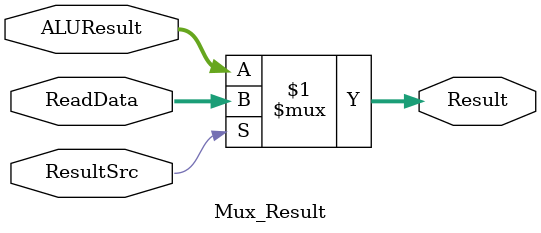
<source format=v>
`timescale 1ns / 1ps


module Mux_Result(
    input ResultSrc,
    input [31:0] ALUResult,
    input [31:0] ReadData,
    output [31:0] Result
    );
    
    assign Result = ResultSrc? ReadData:ALUResult;

endmodule

</source>
